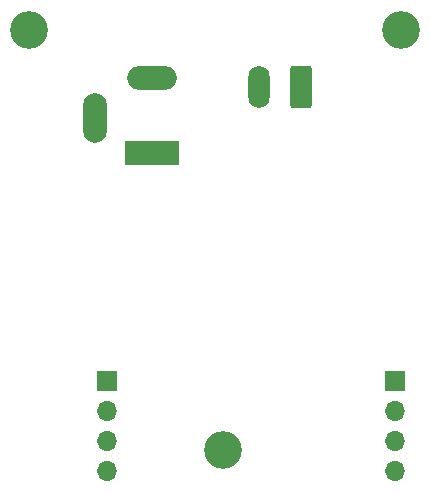
<source format=gbr>
%TF.GenerationSoftware,KiCad,Pcbnew,7.0.11*%
%TF.CreationDate,2024-03-26T21:19:37+01:00*%
%TF.ProjectId,booster_bare_minimum,626f6f73-7465-4725-9f62-6172655f6d69,rev?*%
%TF.SameCoordinates,Original*%
%TF.FileFunction,Soldermask,Bot*%
%TF.FilePolarity,Negative*%
%FSLAX46Y46*%
G04 Gerber Fmt 4.6, Leading zero omitted, Abs format (unit mm)*
G04 Created by KiCad (PCBNEW 7.0.11) date 2024-03-26 21:19:37*
%MOMM*%
%LPD*%
G01*
G04 APERTURE LIST*
G04 Aperture macros list*
%AMRoundRect*
0 Rectangle with rounded corners*
0 $1 Rounding radius*
0 $2 $3 $4 $5 $6 $7 $8 $9 X,Y pos of 4 corners*
0 Add a 4 corners polygon primitive as box body*
4,1,4,$2,$3,$4,$5,$6,$7,$8,$9,$2,$3,0*
0 Add four circle primitives for the rounded corners*
1,1,$1+$1,$2,$3*
1,1,$1+$1,$4,$5*
1,1,$1+$1,$6,$7*
1,1,$1+$1,$8,$9*
0 Add four rect primitives between the rounded corners*
20,1,$1+$1,$2,$3,$4,$5,0*
20,1,$1+$1,$4,$5,$6,$7,0*
20,1,$1+$1,$6,$7,$8,$9,0*
20,1,$1+$1,$8,$9,$2,$3,0*%
G04 Aperture macros list end*
%ADD10C,3.200000*%
%ADD11R,1.700000X1.700000*%
%ADD12O,1.700000X1.700000*%
%ADD13R,4.600000X2.000000*%
%ADD14O,4.200000X2.000000*%
%ADD15O,2.000000X4.200000*%
%ADD16RoundRect,0.250000X0.650000X1.550000X-0.650000X1.550000X-0.650000X-1.550000X0.650000X-1.550000X0*%
%ADD17O,1.800000X3.600000*%
G04 APERTURE END LIST*
D10*
%TO.C,REF\u002A\u002A*%
X155000000Y-39500000D03*
%TD*%
%TO.C,REF\u002A\u002A*%
X186500000Y-39500000D03*
%TD*%
%TO.C,REF\u002A\u002A*%
X171400000Y-75000000D03*
%TD*%
D11*
%TO.C,J102*%
X161626000Y-69175000D03*
D12*
X161626000Y-71715000D03*
X161626000Y-74255000D03*
X161626000Y-76795000D03*
%TD*%
D13*
%TO.C,J201*%
X165410000Y-49861000D03*
D14*
X165410000Y-43561000D03*
D15*
X160610000Y-46961000D03*
%TD*%
D16*
%TO.C,J103*%
X178000000Y-44346000D03*
D17*
X174500000Y-44346000D03*
%TD*%
D11*
%TO.C,J101*%
X186000000Y-69215000D03*
D12*
X186000000Y-71755000D03*
X186000000Y-74295000D03*
X186000000Y-76835000D03*
%TD*%
M02*

</source>
